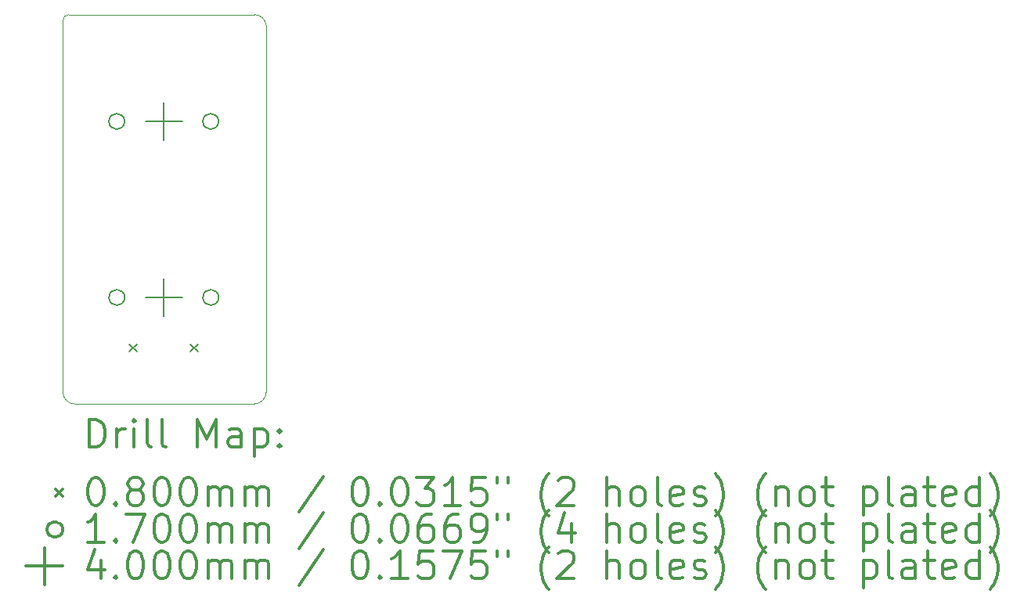
<source format=gbr>
%FSLAX45Y45*%
G04 Gerber Fmt 4.5, Leading zero omitted, Abs format (unit mm)*
G04 Created by KiCad (PCBNEW (5.1.10)-1) date 2021-10-19 16:21:40*
%MOMM*%
%LPD*%
G01*
G04 APERTURE LIST*
%TA.AperFunction,Profile*%
%ADD10C,0.050000*%
%TD*%
%ADD11C,0.200000*%
%ADD12C,0.300000*%
G04 APERTURE END LIST*
D10*
X19580860Y-5768340D02*
X19580860Y-9789160D01*
X21777960Y-9789160D02*
G75*
G02*
X21650960Y-9916160I-127000J0D01*
G01*
X21650960Y-5704840D02*
G75*
G02*
X21777960Y-5819773I0J-127633D01*
G01*
X19580860Y-5768340D02*
G75*
G02*
X19644360Y-5704840I63500J0D01*
G01*
X19707860Y-9916160D02*
G75*
G02*
X19580860Y-9789160I0J127000D01*
G01*
X21650960Y-5704840D02*
X19644360Y-5704840D01*
X21777960Y-9789160D02*
X21777960Y-5819773D01*
X19707860Y-9916160D02*
X21650960Y-9916160D01*
D11*
X20299504Y-9271408D02*
X20379504Y-9351408D01*
X20379504Y-9271408D02*
X20299504Y-9351408D01*
X20959504Y-9271408D02*
X21039504Y-9351408D01*
X21039504Y-9271408D02*
X20959504Y-9351408D01*
X20247266Y-6860032D02*
G75*
G03*
X20247266Y-6860032I-85000J0D01*
G01*
X20248282Y-8764778D02*
G75*
G03*
X20248282Y-8764778I-85000J0D01*
G01*
X21263266Y-6860032D02*
G75*
G03*
X21263266Y-6860032I-85000J0D01*
G01*
X21264282Y-8764778D02*
G75*
G03*
X21264282Y-8764778I-85000J0D01*
G01*
X20670266Y-6660032D02*
X20670266Y-7060032D01*
X20470266Y-6860032D02*
X20870266Y-6860032D01*
X20671282Y-8564778D02*
X20671282Y-8964778D01*
X20471282Y-8764778D02*
X20871282Y-8764778D01*
D12*
X19864788Y-10384374D02*
X19864788Y-10084374D01*
X19936217Y-10084374D01*
X19979074Y-10098660D01*
X20007646Y-10127232D01*
X20021931Y-10155803D01*
X20036217Y-10212946D01*
X20036217Y-10255803D01*
X20021931Y-10312946D01*
X20007646Y-10341517D01*
X19979074Y-10370089D01*
X19936217Y-10384374D01*
X19864788Y-10384374D01*
X20164788Y-10384374D02*
X20164788Y-10184374D01*
X20164788Y-10241517D02*
X20179074Y-10212946D01*
X20193360Y-10198660D01*
X20221931Y-10184374D01*
X20250503Y-10184374D01*
X20350503Y-10384374D02*
X20350503Y-10184374D01*
X20350503Y-10084374D02*
X20336217Y-10098660D01*
X20350503Y-10112946D01*
X20364788Y-10098660D01*
X20350503Y-10084374D01*
X20350503Y-10112946D01*
X20536217Y-10384374D02*
X20507646Y-10370089D01*
X20493360Y-10341517D01*
X20493360Y-10084374D01*
X20693360Y-10384374D02*
X20664788Y-10370089D01*
X20650503Y-10341517D01*
X20650503Y-10084374D01*
X21036217Y-10384374D02*
X21036217Y-10084374D01*
X21136217Y-10298660D01*
X21236217Y-10084374D01*
X21236217Y-10384374D01*
X21507646Y-10384374D02*
X21507646Y-10227232D01*
X21493360Y-10198660D01*
X21464788Y-10184374D01*
X21407646Y-10184374D01*
X21379074Y-10198660D01*
X21507646Y-10370089D02*
X21479074Y-10384374D01*
X21407646Y-10384374D01*
X21379074Y-10370089D01*
X21364788Y-10341517D01*
X21364788Y-10312946D01*
X21379074Y-10284374D01*
X21407646Y-10270089D01*
X21479074Y-10270089D01*
X21507646Y-10255803D01*
X21650503Y-10184374D02*
X21650503Y-10484374D01*
X21650503Y-10198660D02*
X21679074Y-10184374D01*
X21736217Y-10184374D01*
X21764788Y-10198660D01*
X21779074Y-10212946D01*
X21793360Y-10241517D01*
X21793360Y-10327232D01*
X21779074Y-10355803D01*
X21764788Y-10370089D01*
X21736217Y-10384374D01*
X21679074Y-10384374D01*
X21650503Y-10370089D01*
X21921931Y-10355803D02*
X21936217Y-10370089D01*
X21921931Y-10384374D01*
X21907646Y-10370089D01*
X21921931Y-10355803D01*
X21921931Y-10384374D01*
X21921931Y-10198660D02*
X21936217Y-10212946D01*
X21921931Y-10227232D01*
X21907646Y-10212946D01*
X21921931Y-10198660D01*
X21921931Y-10227232D01*
X19498360Y-10838660D02*
X19578360Y-10918660D01*
X19578360Y-10838660D02*
X19498360Y-10918660D01*
X19921931Y-10714374D02*
X19950503Y-10714374D01*
X19979074Y-10728660D01*
X19993360Y-10742946D01*
X20007646Y-10771517D01*
X20021931Y-10828660D01*
X20021931Y-10900089D01*
X20007646Y-10957232D01*
X19993360Y-10985803D01*
X19979074Y-11000089D01*
X19950503Y-11014374D01*
X19921931Y-11014374D01*
X19893360Y-11000089D01*
X19879074Y-10985803D01*
X19864788Y-10957232D01*
X19850503Y-10900089D01*
X19850503Y-10828660D01*
X19864788Y-10771517D01*
X19879074Y-10742946D01*
X19893360Y-10728660D01*
X19921931Y-10714374D01*
X20150503Y-10985803D02*
X20164788Y-11000089D01*
X20150503Y-11014374D01*
X20136217Y-11000089D01*
X20150503Y-10985803D01*
X20150503Y-11014374D01*
X20336217Y-10842946D02*
X20307646Y-10828660D01*
X20293360Y-10814374D01*
X20279074Y-10785803D01*
X20279074Y-10771517D01*
X20293360Y-10742946D01*
X20307646Y-10728660D01*
X20336217Y-10714374D01*
X20393360Y-10714374D01*
X20421931Y-10728660D01*
X20436217Y-10742946D01*
X20450503Y-10771517D01*
X20450503Y-10785803D01*
X20436217Y-10814374D01*
X20421931Y-10828660D01*
X20393360Y-10842946D01*
X20336217Y-10842946D01*
X20307646Y-10857232D01*
X20293360Y-10871517D01*
X20279074Y-10900089D01*
X20279074Y-10957232D01*
X20293360Y-10985803D01*
X20307646Y-11000089D01*
X20336217Y-11014374D01*
X20393360Y-11014374D01*
X20421931Y-11000089D01*
X20436217Y-10985803D01*
X20450503Y-10957232D01*
X20450503Y-10900089D01*
X20436217Y-10871517D01*
X20421931Y-10857232D01*
X20393360Y-10842946D01*
X20636217Y-10714374D02*
X20664788Y-10714374D01*
X20693360Y-10728660D01*
X20707646Y-10742946D01*
X20721931Y-10771517D01*
X20736217Y-10828660D01*
X20736217Y-10900089D01*
X20721931Y-10957232D01*
X20707646Y-10985803D01*
X20693360Y-11000089D01*
X20664788Y-11014374D01*
X20636217Y-11014374D01*
X20607646Y-11000089D01*
X20593360Y-10985803D01*
X20579074Y-10957232D01*
X20564788Y-10900089D01*
X20564788Y-10828660D01*
X20579074Y-10771517D01*
X20593360Y-10742946D01*
X20607646Y-10728660D01*
X20636217Y-10714374D01*
X20921931Y-10714374D02*
X20950503Y-10714374D01*
X20979074Y-10728660D01*
X20993360Y-10742946D01*
X21007646Y-10771517D01*
X21021931Y-10828660D01*
X21021931Y-10900089D01*
X21007646Y-10957232D01*
X20993360Y-10985803D01*
X20979074Y-11000089D01*
X20950503Y-11014374D01*
X20921931Y-11014374D01*
X20893360Y-11000089D01*
X20879074Y-10985803D01*
X20864788Y-10957232D01*
X20850503Y-10900089D01*
X20850503Y-10828660D01*
X20864788Y-10771517D01*
X20879074Y-10742946D01*
X20893360Y-10728660D01*
X20921931Y-10714374D01*
X21150503Y-11014374D02*
X21150503Y-10814374D01*
X21150503Y-10842946D02*
X21164788Y-10828660D01*
X21193360Y-10814374D01*
X21236217Y-10814374D01*
X21264788Y-10828660D01*
X21279074Y-10857232D01*
X21279074Y-11014374D01*
X21279074Y-10857232D02*
X21293360Y-10828660D01*
X21321931Y-10814374D01*
X21364788Y-10814374D01*
X21393360Y-10828660D01*
X21407646Y-10857232D01*
X21407646Y-11014374D01*
X21550503Y-11014374D02*
X21550503Y-10814374D01*
X21550503Y-10842946D02*
X21564788Y-10828660D01*
X21593360Y-10814374D01*
X21636217Y-10814374D01*
X21664788Y-10828660D01*
X21679074Y-10857232D01*
X21679074Y-11014374D01*
X21679074Y-10857232D02*
X21693360Y-10828660D01*
X21721931Y-10814374D01*
X21764788Y-10814374D01*
X21793360Y-10828660D01*
X21807646Y-10857232D01*
X21807646Y-11014374D01*
X22393360Y-10700089D02*
X22136217Y-11085803D01*
X22779074Y-10714374D02*
X22807646Y-10714374D01*
X22836217Y-10728660D01*
X22850503Y-10742946D01*
X22864788Y-10771517D01*
X22879074Y-10828660D01*
X22879074Y-10900089D01*
X22864788Y-10957232D01*
X22850503Y-10985803D01*
X22836217Y-11000089D01*
X22807646Y-11014374D01*
X22779074Y-11014374D01*
X22750503Y-11000089D01*
X22736217Y-10985803D01*
X22721931Y-10957232D01*
X22707646Y-10900089D01*
X22707646Y-10828660D01*
X22721931Y-10771517D01*
X22736217Y-10742946D01*
X22750503Y-10728660D01*
X22779074Y-10714374D01*
X23007646Y-10985803D02*
X23021931Y-11000089D01*
X23007646Y-11014374D01*
X22993360Y-11000089D01*
X23007646Y-10985803D01*
X23007646Y-11014374D01*
X23207646Y-10714374D02*
X23236217Y-10714374D01*
X23264788Y-10728660D01*
X23279074Y-10742946D01*
X23293360Y-10771517D01*
X23307646Y-10828660D01*
X23307646Y-10900089D01*
X23293360Y-10957232D01*
X23279074Y-10985803D01*
X23264788Y-11000089D01*
X23236217Y-11014374D01*
X23207646Y-11014374D01*
X23179074Y-11000089D01*
X23164788Y-10985803D01*
X23150503Y-10957232D01*
X23136217Y-10900089D01*
X23136217Y-10828660D01*
X23150503Y-10771517D01*
X23164788Y-10742946D01*
X23179074Y-10728660D01*
X23207646Y-10714374D01*
X23407646Y-10714374D02*
X23593360Y-10714374D01*
X23493360Y-10828660D01*
X23536217Y-10828660D01*
X23564788Y-10842946D01*
X23579074Y-10857232D01*
X23593360Y-10885803D01*
X23593360Y-10957232D01*
X23579074Y-10985803D01*
X23564788Y-11000089D01*
X23536217Y-11014374D01*
X23450503Y-11014374D01*
X23421931Y-11000089D01*
X23407646Y-10985803D01*
X23879074Y-11014374D02*
X23707646Y-11014374D01*
X23793360Y-11014374D02*
X23793360Y-10714374D01*
X23764788Y-10757232D01*
X23736217Y-10785803D01*
X23707646Y-10800089D01*
X24150503Y-10714374D02*
X24007646Y-10714374D01*
X23993360Y-10857232D01*
X24007646Y-10842946D01*
X24036217Y-10828660D01*
X24107646Y-10828660D01*
X24136217Y-10842946D01*
X24150503Y-10857232D01*
X24164788Y-10885803D01*
X24164788Y-10957232D01*
X24150503Y-10985803D01*
X24136217Y-11000089D01*
X24107646Y-11014374D01*
X24036217Y-11014374D01*
X24007646Y-11000089D01*
X23993360Y-10985803D01*
X24279074Y-10714374D02*
X24279074Y-10771517D01*
X24393360Y-10714374D02*
X24393360Y-10771517D01*
X24836217Y-11128660D02*
X24821931Y-11114374D01*
X24793360Y-11071517D01*
X24779074Y-11042946D01*
X24764788Y-11000089D01*
X24750503Y-10928660D01*
X24750503Y-10871517D01*
X24764788Y-10800089D01*
X24779074Y-10757232D01*
X24793360Y-10728660D01*
X24821931Y-10685803D01*
X24836217Y-10671517D01*
X24936217Y-10742946D02*
X24950503Y-10728660D01*
X24979074Y-10714374D01*
X25050503Y-10714374D01*
X25079074Y-10728660D01*
X25093360Y-10742946D01*
X25107646Y-10771517D01*
X25107646Y-10800089D01*
X25093360Y-10842946D01*
X24921931Y-11014374D01*
X25107646Y-11014374D01*
X25464788Y-11014374D02*
X25464788Y-10714374D01*
X25593360Y-11014374D02*
X25593360Y-10857232D01*
X25579074Y-10828660D01*
X25550503Y-10814374D01*
X25507646Y-10814374D01*
X25479074Y-10828660D01*
X25464788Y-10842946D01*
X25779074Y-11014374D02*
X25750503Y-11000089D01*
X25736217Y-10985803D01*
X25721931Y-10957232D01*
X25721931Y-10871517D01*
X25736217Y-10842946D01*
X25750503Y-10828660D01*
X25779074Y-10814374D01*
X25821931Y-10814374D01*
X25850503Y-10828660D01*
X25864788Y-10842946D01*
X25879074Y-10871517D01*
X25879074Y-10957232D01*
X25864788Y-10985803D01*
X25850503Y-11000089D01*
X25821931Y-11014374D01*
X25779074Y-11014374D01*
X26050503Y-11014374D02*
X26021931Y-11000089D01*
X26007646Y-10971517D01*
X26007646Y-10714374D01*
X26279074Y-11000089D02*
X26250503Y-11014374D01*
X26193360Y-11014374D01*
X26164788Y-11000089D01*
X26150503Y-10971517D01*
X26150503Y-10857232D01*
X26164788Y-10828660D01*
X26193360Y-10814374D01*
X26250503Y-10814374D01*
X26279074Y-10828660D01*
X26293360Y-10857232D01*
X26293360Y-10885803D01*
X26150503Y-10914374D01*
X26407646Y-11000089D02*
X26436217Y-11014374D01*
X26493360Y-11014374D01*
X26521931Y-11000089D01*
X26536217Y-10971517D01*
X26536217Y-10957232D01*
X26521931Y-10928660D01*
X26493360Y-10914374D01*
X26450503Y-10914374D01*
X26421931Y-10900089D01*
X26407646Y-10871517D01*
X26407646Y-10857232D01*
X26421931Y-10828660D01*
X26450503Y-10814374D01*
X26493360Y-10814374D01*
X26521931Y-10828660D01*
X26636217Y-11128660D02*
X26650503Y-11114374D01*
X26679074Y-11071517D01*
X26693360Y-11042946D01*
X26707646Y-11000089D01*
X26721931Y-10928660D01*
X26721931Y-10871517D01*
X26707646Y-10800089D01*
X26693360Y-10757232D01*
X26679074Y-10728660D01*
X26650503Y-10685803D01*
X26636217Y-10671517D01*
X27179074Y-11128660D02*
X27164788Y-11114374D01*
X27136217Y-11071517D01*
X27121931Y-11042946D01*
X27107646Y-11000089D01*
X27093360Y-10928660D01*
X27093360Y-10871517D01*
X27107646Y-10800089D01*
X27121931Y-10757232D01*
X27136217Y-10728660D01*
X27164788Y-10685803D01*
X27179074Y-10671517D01*
X27293360Y-10814374D02*
X27293360Y-11014374D01*
X27293360Y-10842946D02*
X27307646Y-10828660D01*
X27336217Y-10814374D01*
X27379074Y-10814374D01*
X27407646Y-10828660D01*
X27421931Y-10857232D01*
X27421931Y-11014374D01*
X27607646Y-11014374D02*
X27579074Y-11000089D01*
X27564788Y-10985803D01*
X27550503Y-10957232D01*
X27550503Y-10871517D01*
X27564788Y-10842946D01*
X27579074Y-10828660D01*
X27607646Y-10814374D01*
X27650503Y-10814374D01*
X27679074Y-10828660D01*
X27693360Y-10842946D01*
X27707646Y-10871517D01*
X27707646Y-10957232D01*
X27693360Y-10985803D01*
X27679074Y-11000089D01*
X27650503Y-11014374D01*
X27607646Y-11014374D01*
X27793360Y-10814374D02*
X27907646Y-10814374D01*
X27836217Y-10714374D02*
X27836217Y-10971517D01*
X27850503Y-11000089D01*
X27879074Y-11014374D01*
X27907646Y-11014374D01*
X28236217Y-10814374D02*
X28236217Y-11114374D01*
X28236217Y-10828660D02*
X28264788Y-10814374D01*
X28321931Y-10814374D01*
X28350503Y-10828660D01*
X28364788Y-10842946D01*
X28379074Y-10871517D01*
X28379074Y-10957232D01*
X28364788Y-10985803D01*
X28350503Y-11000089D01*
X28321931Y-11014374D01*
X28264788Y-11014374D01*
X28236217Y-11000089D01*
X28550503Y-11014374D02*
X28521931Y-11000089D01*
X28507646Y-10971517D01*
X28507646Y-10714374D01*
X28793360Y-11014374D02*
X28793360Y-10857232D01*
X28779074Y-10828660D01*
X28750503Y-10814374D01*
X28693360Y-10814374D01*
X28664788Y-10828660D01*
X28793360Y-11000089D02*
X28764788Y-11014374D01*
X28693360Y-11014374D01*
X28664788Y-11000089D01*
X28650503Y-10971517D01*
X28650503Y-10942946D01*
X28664788Y-10914374D01*
X28693360Y-10900089D01*
X28764788Y-10900089D01*
X28793360Y-10885803D01*
X28893360Y-10814374D02*
X29007646Y-10814374D01*
X28936217Y-10714374D02*
X28936217Y-10971517D01*
X28950503Y-11000089D01*
X28979074Y-11014374D01*
X29007646Y-11014374D01*
X29221931Y-11000089D02*
X29193360Y-11014374D01*
X29136217Y-11014374D01*
X29107646Y-11000089D01*
X29093360Y-10971517D01*
X29093360Y-10857232D01*
X29107646Y-10828660D01*
X29136217Y-10814374D01*
X29193360Y-10814374D01*
X29221931Y-10828660D01*
X29236217Y-10857232D01*
X29236217Y-10885803D01*
X29093360Y-10914374D01*
X29493360Y-11014374D02*
X29493360Y-10714374D01*
X29493360Y-11000089D02*
X29464788Y-11014374D01*
X29407646Y-11014374D01*
X29379074Y-11000089D01*
X29364788Y-10985803D01*
X29350503Y-10957232D01*
X29350503Y-10871517D01*
X29364788Y-10842946D01*
X29379074Y-10828660D01*
X29407646Y-10814374D01*
X29464788Y-10814374D01*
X29493360Y-10828660D01*
X29607646Y-11128660D02*
X29621931Y-11114374D01*
X29650503Y-11071517D01*
X29664788Y-11042946D01*
X29679074Y-11000089D01*
X29693360Y-10928660D01*
X29693360Y-10871517D01*
X29679074Y-10800089D01*
X29664788Y-10757232D01*
X29650503Y-10728660D01*
X29621931Y-10685803D01*
X29607646Y-10671517D01*
X19578360Y-11274660D02*
G75*
G03*
X19578360Y-11274660I-85000J0D01*
G01*
X20021931Y-11410374D02*
X19850503Y-11410374D01*
X19936217Y-11410374D02*
X19936217Y-11110374D01*
X19907646Y-11153232D01*
X19879074Y-11181803D01*
X19850503Y-11196089D01*
X20150503Y-11381803D02*
X20164788Y-11396089D01*
X20150503Y-11410374D01*
X20136217Y-11396089D01*
X20150503Y-11381803D01*
X20150503Y-11410374D01*
X20264788Y-11110374D02*
X20464788Y-11110374D01*
X20336217Y-11410374D01*
X20636217Y-11110374D02*
X20664788Y-11110374D01*
X20693360Y-11124660D01*
X20707646Y-11138946D01*
X20721931Y-11167517D01*
X20736217Y-11224660D01*
X20736217Y-11296089D01*
X20721931Y-11353231D01*
X20707646Y-11381803D01*
X20693360Y-11396089D01*
X20664788Y-11410374D01*
X20636217Y-11410374D01*
X20607646Y-11396089D01*
X20593360Y-11381803D01*
X20579074Y-11353231D01*
X20564788Y-11296089D01*
X20564788Y-11224660D01*
X20579074Y-11167517D01*
X20593360Y-11138946D01*
X20607646Y-11124660D01*
X20636217Y-11110374D01*
X20921931Y-11110374D02*
X20950503Y-11110374D01*
X20979074Y-11124660D01*
X20993360Y-11138946D01*
X21007646Y-11167517D01*
X21021931Y-11224660D01*
X21021931Y-11296089D01*
X21007646Y-11353231D01*
X20993360Y-11381803D01*
X20979074Y-11396089D01*
X20950503Y-11410374D01*
X20921931Y-11410374D01*
X20893360Y-11396089D01*
X20879074Y-11381803D01*
X20864788Y-11353231D01*
X20850503Y-11296089D01*
X20850503Y-11224660D01*
X20864788Y-11167517D01*
X20879074Y-11138946D01*
X20893360Y-11124660D01*
X20921931Y-11110374D01*
X21150503Y-11410374D02*
X21150503Y-11210374D01*
X21150503Y-11238946D02*
X21164788Y-11224660D01*
X21193360Y-11210374D01*
X21236217Y-11210374D01*
X21264788Y-11224660D01*
X21279074Y-11253231D01*
X21279074Y-11410374D01*
X21279074Y-11253231D02*
X21293360Y-11224660D01*
X21321931Y-11210374D01*
X21364788Y-11210374D01*
X21393360Y-11224660D01*
X21407646Y-11253231D01*
X21407646Y-11410374D01*
X21550503Y-11410374D02*
X21550503Y-11210374D01*
X21550503Y-11238946D02*
X21564788Y-11224660D01*
X21593360Y-11210374D01*
X21636217Y-11210374D01*
X21664788Y-11224660D01*
X21679074Y-11253231D01*
X21679074Y-11410374D01*
X21679074Y-11253231D02*
X21693360Y-11224660D01*
X21721931Y-11210374D01*
X21764788Y-11210374D01*
X21793360Y-11224660D01*
X21807646Y-11253231D01*
X21807646Y-11410374D01*
X22393360Y-11096089D02*
X22136217Y-11481803D01*
X22779074Y-11110374D02*
X22807646Y-11110374D01*
X22836217Y-11124660D01*
X22850503Y-11138946D01*
X22864788Y-11167517D01*
X22879074Y-11224660D01*
X22879074Y-11296089D01*
X22864788Y-11353231D01*
X22850503Y-11381803D01*
X22836217Y-11396089D01*
X22807646Y-11410374D01*
X22779074Y-11410374D01*
X22750503Y-11396089D01*
X22736217Y-11381803D01*
X22721931Y-11353231D01*
X22707646Y-11296089D01*
X22707646Y-11224660D01*
X22721931Y-11167517D01*
X22736217Y-11138946D01*
X22750503Y-11124660D01*
X22779074Y-11110374D01*
X23007646Y-11381803D02*
X23021931Y-11396089D01*
X23007646Y-11410374D01*
X22993360Y-11396089D01*
X23007646Y-11381803D01*
X23007646Y-11410374D01*
X23207646Y-11110374D02*
X23236217Y-11110374D01*
X23264788Y-11124660D01*
X23279074Y-11138946D01*
X23293360Y-11167517D01*
X23307646Y-11224660D01*
X23307646Y-11296089D01*
X23293360Y-11353231D01*
X23279074Y-11381803D01*
X23264788Y-11396089D01*
X23236217Y-11410374D01*
X23207646Y-11410374D01*
X23179074Y-11396089D01*
X23164788Y-11381803D01*
X23150503Y-11353231D01*
X23136217Y-11296089D01*
X23136217Y-11224660D01*
X23150503Y-11167517D01*
X23164788Y-11138946D01*
X23179074Y-11124660D01*
X23207646Y-11110374D01*
X23564788Y-11110374D02*
X23507646Y-11110374D01*
X23479074Y-11124660D01*
X23464788Y-11138946D01*
X23436217Y-11181803D01*
X23421931Y-11238946D01*
X23421931Y-11353231D01*
X23436217Y-11381803D01*
X23450503Y-11396089D01*
X23479074Y-11410374D01*
X23536217Y-11410374D01*
X23564788Y-11396089D01*
X23579074Y-11381803D01*
X23593360Y-11353231D01*
X23593360Y-11281803D01*
X23579074Y-11253231D01*
X23564788Y-11238946D01*
X23536217Y-11224660D01*
X23479074Y-11224660D01*
X23450503Y-11238946D01*
X23436217Y-11253231D01*
X23421931Y-11281803D01*
X23850503Y-11110374D02*
X23793360Y-11110374D01*
X23764788Y-11124660D01*
X23750503Y-11138946D01*
X23721931Y-11181803D01*
X23707646Y-11238946D01*
X23707646Y-11353231D01*
X23721931Y-11381803D01*
X23736217Y-11396089D01*
X23764788Y-11410374D01*
X23821931Y-11410374D01*
X23850503Y-11396089D01*
X23864788Y-11381803D01*
X23879074Y-11353231D01*
X23879074Y-11281803D01*
X23864788Y-11253231D01*
X23850503Y-11238946D01*
X23821931Y-11224660D01*
X23764788Y-11224660D01*
X23736217Y-11238946D01*
X23721931Y-11253231D01*
X23707646Y-11281803D01*
X24021931Y-11410374D02*
X24079074Y-11410374D01*
X24107646Y-11396089D01*
X24121931Y-11381803D01*
X24150503Y-11338946D01*
X24164788Y-11281803D01*
X24164788Y-11167517D01*
X24150503Y-11138946D01*
X24136217Y-11124660D01*
X24107646Y-11110374D01*
X24050503Y-11110374D01*
X24021931Y-11124660D01*
X24007646Y-11138946D01*
X23993360Y-11167517D01*
X23993360Y-11238946D01*
X24007646Y-11267517D01*
X24021931Y-11281803D01*
X24050503Y-11296089D01*
X24107646Y-11296089D01*
X24136217Y-11281803D01*
X24150503Y-11267517D01*
X24164788Y-11238946D01*
X24279074Y-11110374D02*
X24279074Y-11167517D01*
X24393360Y-11110374D02*
X24393360Y-11167517D01*
X24836217Y-11524660D02*
X24821931Y-11510374D01*
X24793360Y-11467517D01*
X24779074Y-11438946D01*
X24764788Y-11396089D01*
X24750503Y-11324660D01*
X24750503Y-11267517D01*
X24764788Y-11196089D01*
X24779074Y-11153232D01*
X24793360Y-11124660D01*
X24821931Y-11081803D01*
X24836217Y-11067517D01*
X25079074Y-11210374D02*
X25079074Y-11410374D01*
X25007646Y-11096089D02*
X24936217Y-11310374D01*
X25121931Y-11310374D01*
X25464788Y-11410374D02*
X25464788Y-11110374D01*
X25593360Y-11410374D02*
X25593360Y-11253231D01*
X25579074Y-11224660D01*
X25550503Y-11210374D01*
X25507646Y-11210374D01*
X25479074Y-11224660D01*
X25464788Y-11238946D01*
X25779074Y-11410374D02*
X25750503Y-11396089D01*
X25736217Y-11381803D01*
X25721931Y-11353231D01*
X25721931Y-11267517D01*
X25736217Y-11238946D01*
X25750503Y-11224660D01*
X25779074Y-11210374D01*
X25821931Y-11210374D01*
X25850503Y-11224660D01*
X25864788Y-11238946D01*
X25879074Y-11267517D01*
X25879074Y-11353231D01*
X25864788Y-11381803D01*
X25850503Y-11396089D01*
X25821931Y-11410374D01*
X25779074Y-11410374D01*
X26050503Y-11410374D02*
X26021931Y-11396089D01*
X26007646Y-11367517D01*
X26007646Y-11110374D01*
X26279074Y-11396089D02*
X26250503Y-11410374D01*
X26193360Y-11410374D01*
X26164788Y-11396089D01*
X26150503Y-11367517D01*
X26150503Y-11253231D01*
X26164788Y-11224660D01*
X26193360Y-11210374D01*
X26250503Y-11210374D01*
X26279074Y-11224660D01*
X26293360Y-11253231D01*
X26293360Y-11281803D01*
X26150503Y-11310374D01*
X26407646Y-11396089D02*
X26436217Y-11410374D01*
X26493360Y-11410374D01*
X26521931Y-11396089D01*
X26536217Y-11367517D01*
X26536217Y-11353231D01*
X26521931Y-11324660D01*
X26493360Y-11310374D01*
X26450503Y-11310374D01*
X26421931Y-11296089D01*
X26407646Y-11267517D01*
X26407646Y-11253231D01*
X26421931Y-11224660D01*
X26450503Y-11210374D01*
X26493360Y-11210374D01*
X26521931Y-11224660D01*
X26636217Y-11524660D02*
X26650503Y-11510374D01*
X26679074Y-11467517D01*
X26693360Y-11438946D01*
X26707646Y-11396089D01*
X26721931Y-11324660D01*
X26721931Y-11267517D01*
X26707646Y-11196089D01*
X26693360Y-11153232D01*
X26679074Y-11124660D01*
X26650503Y-11081803D01*
X26636217Y-11067517D01*
X27179074Y-11524660D02*
X27164788Y-11510374D01*
X27136217Y-11467517D01*
X27121931Y-11438946D01*
X27107646Y-11396089D01*
X27093360Y-11324660D01*
X27093360Y-11267517D01*
X27107646Y-11196089D01*
X27121931Y-11153232D01*
X27136217Y-11124660D01*
X27164788Y-11081803D01*
X27179074Y-11067517D01*
X27293360Y-11210374D02*
X27293360Y-11410374D01*
X27293360Y-11238946D02*
X27307646Y-11224660D01*
X27336217Y-11210374D01*
X27379074Y-11210374D01*
X27407646Y-11224660D01*
X27421931Y-11253231D01*
X27421931Y-11410374D01*
X27607646Y-11410374D02*
X27579074Y-11396089D01*
X27564788Y-11381803D01*
X27550503Y-11353231D01*
X27550503Y-11267517D01*
X27564788Y-11238946D01*
X27579074Y-11224660D01*
X27607646Y-11210374D01*
X27650503Y-11210374D01*
X27679074Y-11224660D01*
X27693360Y-11238946D01*
X27707646Y-11267517D01*
X27707646Y-11353231D01*
X27693360Y-11381803D01*
X27679074Y-11396089D01*
X27650503Y-11410374D01*
X27607646Y-11410374D01*
X27793360Y-11210374D02*
X27907646Y-11210374D01*
X27836217Y-11110374D02*
X27836217Y-11367517D01*
X27850503Y-11396089D01*
X27879074Y-11410374D01*
X27907646Y-11410374D01*
X28236217Y-11210374D02*
X28236217Y-11510374D01*
X28236217Y-11224660D02*
X28264788Y-11210374D01*
X28321931Y-11210374D01*
X28350503Y-11224660D01*
X28364788Y-11238946D01*
X28379074Y-11267517D01*
X28379074Y-11353231D01*
X28364788Y-11381803D01*
X28350503Y-11396089D01*
X28321931Y-11410374D01*
X28264788Y-11410374D01*
X28236217Y-11396089D01*
X28550503Y-11410374D02*
X28521931Y-11396089D01*
X28507646Y-11367517D01*
X28507646Y-11110374D01*
X28793360Y-11410374D02*
X28793360Y-11253231D01*
X28779074Y-11224660D01*
X28750503Y-11210374D01*
X28693360Y-11210374D01*
X28664788Y-11224660D01*
X28793360Y-11396089D02*
X28764788Y-11410374D01*
X28693360Y-11410374D01*
X28664788Y-11396089D01*
X28650503Y-11367517D01*
X28650503Y-11338946D01*
X28664788Y-11310374D01*
X28693360Y-11296089D01*
X28764788Y-11296089D01*
X28793360Y-11281803D01*
X28893360Y-11210374D02*
X29007646Y-11210374D01*
X28936217Y-11110374D02*
X28936217Y-11367517D01*
X28950503Y-11396089D01*
X28979074Y-11410374D01*
X29007646Y-11410374D01*
X29221931Y-11396089D02*
X29193360Y-11410374D01*
X29136217Y-11410374D01*
X29107646Y-11396089D01*
X29093360Y-11367517D01*
X29093360Y-11253231D01*
X29107646Y-11224660D01*
X29136217Y-11210374D01*
X29193360Y-11210374D01*
X29221931Y-11224660D01*
X29236217Y-11253231D01*
X29236217Y-11281803D01*
X29093360Y-11310374D01*
X29493360Y-11410374D02*
X29493360Y-11110374D01*
X29493360Y-11396089D02*
X29464788Y-11410374D01*
X29407646Y-11410374D01*
X29379074Y-11396089D01*
X29364788Y-11381803D01*
X29350503Y-11353231D01*
X29350503Y-11267517D01*
X29364788Y-11238946D01*
X29379074Y-11224660D01*
X29407646Y-11210374D01*
X29464788Y-11210374D01*
X29493360Y-11224660D01*
X29607646Y-11524660D02*
X29621931Y-11510374D01*
X29650503Y-11467517D01*
X29664788Y-11438946D01*
X29679074Y-11396089D01*
X29693360Y-11324660D01*
X29693360Y-11267517D01*
X29679074Y-11196089D01*
X29664788Y-11153232D01*
X29650503Y-11124660D01*
X29621931Y-11081803D01*
X29607646Y-11067517D01*
X19378360Y-11470660D02*
X19378360Y-11870660D01*
X19178360Y-11670660D02*
X19578360Y-11670660D01*
X19993360Y-11606374D02*
X19993360Y-11806374D01*
X19921931Y-11492089D02*
X19850503Y-11706374D01*
X20036217Y-11706374D01*
X20150503Y-11777803D02*
X20164788Y-11792089D01*
X20150503Y-11806374D01*
X20136217Y-11792089D01*
X20150503Y-11777803D01*
X20150503Y-11806374D01*
X20350503Y-11506374D02*
X20379074Y-11506374D01*
X20407646Y-11520660D01*
X20421931Y-11534946D01*
X20436217Y-11563517D01*
X20450503Y-11620660D01*
X20450503Y-11692089D01*
X20436217Y-11749231D01*
X20421931Y-11777803D01*
X20407646Y-11792089D01*
X20379074Y-11806374D01*
X20350503Y-11806374D01*
X20321931Y-11792089D01*
X20307646Y-11777803D01*
X20293360Y-11749231D01*
X20279074Y-11692089D01*
X20279074Y-11620660D01*
X20293360Y-11563517D01*
X20307646Y-11534946D01*
X20321931Y-11520660D01*
X20350503Y-11506374D01*
X20636217Y-11506374D02*
X20664788Y-11506374D01*
X20693360Y-11520660D01*
X20707646Y-11534946D01*
X20721931Y-11563517D01*
X20736217Y-11620660D01*
X20736217Y-11692089D01*
X20721931Y-11749231D01*
X20707646Y-11777803D01*
X20693360Y-11792089D01*
X20664788Y-11806374D01*
X20636217Y-11806374D01*
X20607646Y-11792089D01*
X20593360Y-11777803D01*
X20579074Y-11749231D01*
X20564788Y-11692089D01*
X20564788Y-11620660D01*
X20579074Y-11563517D01*
X20593360Y-11534946D01*
X20607646Y-11520660D01*
X20636217Y-11506374D01*
X20921931Y-11506374D02*
X20950503Y-11506374D01*
X20979074Y-11520660D01*
X20993360Y-11534946D01*
X21007646Y-11563517D01*
X21021931Y-11620660D01*
X21021931Y-11692089D01*
X21007646Y-11749231D01*
X20993360Y-11777803D01*
X20979074Y-11792089D01*
X20950503Y-11806374D01*
X20921931Y-11806374D01*
X20893360Y-11792089D01*
X20879074Y-11777803D01*
X20864788Y-11749231D01*
X20850503Y-11692089D01*
X20850503Y-11620660D01*
X20864788Y-11563517D01*
X20879074Y-11534946D01*
X20893360Y-11520660D01*
X20921931Y-11506374D01*
X21150503Y-11806374D02*
X21150503Y-11606374D01*
X21150503Y-11634946D02*
X21164788Y-11620660D01*
X21193360Y-11606374D01*
X21236217Y-11606374D01*
X21264788Y-11620660D01*
X21279074Y-11649231D01*
X21279074Y-11806374D01*
X21279074Y-11649231D02*
X21293360Y-11620660D01*
X21321931Y-11606374D01*
X21364788Y-11606374D01*
X21393360Y-11620660D01*
X21407646Y-11649231D01*
X21407646Y-11806374D01*
X21550503Y-11806374D02*
X21550503Y-11606374D01*
X21550503Y-11634946D02*
X21564788Y-11620660D01*
X21593360Y-11606374D01*
X21636217Y-11606374D01*
X21664788Y-11620660D01*
X21679074Y-11649231D01*
X21679074Y-11806374D01*
X21679074Y-11649231D02*
X21693360Y-11620660D01*
X21721931Y-11606374D01*
X21764788Y-11606374D01*
X21793360Y-11620660D01*
X21807646Y-11649231D01*
X21807646Y-11806374D01*
X22393360Y-11492089D02*
X22136217Y-11877803D01*
X22779074Y-11506374D02*
X22807646Y-11506374D01*
X22836217Y-11520660D01*
X22850503Y-11534946D01*
X22864788Y-11563517D01*
X22879074Y-11620660D01*
X22879074Y-11692089D01*
X22864788Y-11749231D01*
X22850503Y-11777803D01*
X22836217Y-11792089D01*
X22807646Y-11806374D01*
X22779074Y-11806374D01*
X22750503Y-11792089D01*
X22736217Y-11777803D01*
X22721931Y-11749231D01*
X22707646Y-11692089D01*
X22707646Y-11620660D01*
X22721931Y-11563517D01*
X22736217Y-11534946D01*
X22750503Y-11520660D01*
X22779074Y-11506374D01*
X23007646Y-11777803D02*
X23021931Y-11792089D01*
X23007646Y-11806374D01*
X22993360Y-11792089D01*
X23007646Y-11777803D01*
X23007646Y-11806374D01*
X23307646Y-11806374D02*
X23136217Y-11806374D01*
X23221931Y-11806374D02*
X23221931Y-11506374D01*
X23193360Y-11549231D01*
X23164788Y-11577803D01*
X23136217Y-11592089D01*
X23579074Y-11506374D02*
X23436217Y-11506374D01*
X23421931Y-11649231D01*
X23436217Y-11634946D01*
X23464788Y-11620660D01*
X23536217Y-11620660D01*
X23564788Y-11634946D01*
X23579074Y-11649231D01*
X23593360Y-11677803D01*
X23593360Y-11749231D01*
X23579074Y-11777803D01*
X23564788Y-11792089D01*
X23536217Y-11806374D01*
X23464788Y-11806374D01*
X23436217Y-11792089D01*
X23421931Y-11777803D01*
X23693360Y-11506374D02*
X23893360Y-11506374D01*
X23764788Y-11806374D01*
X24150503Y-11506374D02*
X24007646Y-11506374D01*
X23993360Y-11649231D01*
X24007646Y-11634946D01*
X24036217Y-11620660D01*
X24107646Y-11620660D01*
X24136217Y-11634946D01*
X24150503Y-11649231D01*
X24164788Y-11677803D01*
X24164788Y-11749231D01*
X24150503Y-11777803D01*
X24136217Y-11792089D01*
X24107646Y-11806374D01*
X24036217Y-11806374D01*
X24007646Y-11792089D01*
X23993360Y-11777803D01*
X24279074Y-11506374D02*
X24279074Y-11563517D01*
X24393360Y-11506374D02*
X24393360Y-11563517D01*
X24836217Y-11920660D02*
X24821931Y-11906374D01*
X24793360Y-11863517D01*
X24779074Y-11834946D01*
X24764788Y-11792089D01*
X24750503Y-11720660D01*
X24750503Y-11663517D01*
X24764788Y-11592089D01*
X24779074Y-11549231D01*
X24793360Y-11520660D01*
X24821931Y-11477803D01*
X24836217Y-11463517D01*
X24936217Y-11534946D02*
X24950503Y-11520660D01*
X24979074Y-11506374D01*
X25050503Y-11506374D01*
X25079074Y-11520660D01*
X25093360Y-11534946D01*
X25107646Y-11563517D01*
X25107646Y-11592089D01*
X25093360Y-11634946D01*
X24921931Y-11806374D01*
X25107646Y-11806374D01*
X25464788Y-11806374D02*
X25464788Y-11506374D01*
X25593360Y-11806374D02*
X25593360Y-11649231D01*
X25579074Y-11620660D01*
X25550503Y-11606374D01*
X25507646Y-11606374D01*
X25479074Y-11620660D01*
X25464788Y-11634946D01*
X25779074Y-11806374D02*
X25750503Y-11792089D01*
X25736217Y-11777803D01*
X25721931Y-11749231D01*
X25721931Y-11663517D01*
X25736217Y-11634946D01*
X25750503Y-11620660D01*
X25779074Y-11606374D01*
X25821931Y-11606374D01*
X25850503Y-11620660D01*
X25864788Y-11634946D01*
X25879074Y-11663517D01*
X25879074Y-11749231D01*
X25864788Y-11777803D01*
X25850503Y-11792089D01*
X25821931Y-11806374D01*
X25779074Y-11806374D01*
X26050503Y-11806374D02*
X26021931Y-11792089D01*
X26007646Y-11763517D01*
X26007646Y-11506374D01*
X26279074Y-11792089D02*
X26250503Y-11806374D01*
X26193360Y-11806374D01*
X26164788Y-11792089D01*
X26150503Y-11763517D01*
X26150503Y-11649231D01*
X26164788Y-11620660D01*
X26193360Y-11606374D01*
X26250503Y-11606374D01*
X26279074Y-11620660D01*
X26293360Y-11649231D01*
X26293360Y-11677803D01*
X26150503Y-11706374D01*
X26407646Y-11792089D02*
X26436217Y-11806374D01*
X26493360Y-11806374D01*
X26521931Y-11792089D01*
X26536217Y-11763517D01*
X26536217Y-11749231D01*
X26521931Y-11720660D01*
X26493360Y-11706374D01*
X26450503Y-11706374D01*
X26421931Y-11692089D01*
X26407646Y-11663517D01*
X26407646Y-11649231D01*
X26421931Y-11620660D01*
X26450503Y-11606374D01*
X26493360Y-11606374D01*
X26521931Y-11620660D01*
X26636217Y-11920660D02*
X26650503Y-11906374D01*
X26679074Y-11863517D01*
X26693360Y-11834946D01*
X26707646Y-11792089D01*
X26721931Y-11720660D01*
X26721931Y-11663517D01*
X26707646Y-11592089D01*
X26693360Y-11549231D01*
X26679074Y-11520660D01*
X26650503Y-11477803D01*
X26636217Y-11463517D01*
X27179074Y-11920660D02*
X27164788Y-11906374D01*
X27136217Y-11863517D01*
X27121931Y-11834946D01*
X27107646Y-11792089D01*
X27093360Y-11720660D01*
X27093360Y-11663517D01*
X27107646Y-11592089D01*
X27121931Y-11549231D01*
X27136217Y-11520660D01*
X27164788Y-11477803D01*
X27179074Y-11463517D01*
X27293360Y-11606374D02*
X27293360Y-11806374D01*
X27293360Y-11634946D02*
X27307646Y-11620660D01*
X27336217Y-11606374D01*
X27379074Y-11606374D01*
X27407646Y-11620660D01*
X27421931Y-11649231D01*
X27421931Y-11806374D01*
X27607646Y-11806374D02*
X27579074Y-11792089D01*
X27564788Y-11777803D01*
X27550503Y-11749231D01*
X27550503Y-11663517D01*
X27564788Y-11634946D01*
X27579074Y-11620660D01*
X27607646Y-11606374D01*
X27650503Y-11606374D01*
X27679074Y-11620660D01*
X27693360Y-11634946D01*
X27707646Y-11663517D01*
X27707646Y-11749231D01*
X27693360Y-11777803D01*
X27679074Y-11792089D01*
X27650503Y-11806374D01*
X27607646Y-11806374D01*
X27793360Y-11606374D02*
X27907646Y-11606374D01*
X27836217Y-11506374D02*
X27836217Y-11763517D01*
X27850503Y-11792089D01*
X27879074Y-11806374D01*
X27907646Y-11806374D01*
X28236217Y-11606374D02*
X28236217Y-11906374D01*
X28236217Y-11620660D02*
X28264788Y-11606374D01*
X28321931Y-11606374D01*
X28350503Y-11620660D01*
X28364788Y-11634946D01*
X28379074Y-11663517D01*
X28379074Y-11749231D01*
X28364788Y-11777803D01*
X28350503Y-11792089D01*
X28321931Y-11806374D01*
X28264788Y-11806374D01*
X28236217Y-11792089D01*
X28550503Y-11806374D02*
X28521931Y-11792089D01*
X28507646Y-11763517D01*
X28507646Y-11506374D01*
X28793360Y-11806374D02*
X28793360Y-11649231D01*
X28779074Y-11620660D01*
X28750503Y-11606374D01*
X28693360Y-11606374D01*
X28664788Y-11620660D01*
X28793360Y-11792089D02*
X28764788Y-11806374D01*
X28693360Y-11806374D01*
X28664788Y-11792089D01*
X28650503Y-11763517D01*
X28650503Y-11734946D01*
X28664788Y-11706374D01*
X28693360Y-11692089D01*
X28764788Y-11692089D01*
X28793360Y-11677803D01*
X28893360Y-11606374D02*
X29007646Y-11606374D01*
X28936217Y-11506374D02*
X28936217Y-11763517D01*
X28950503Y-11792089D01*
X28979074Y-11806374D01*
X29007646Y-11806374D01*
X29221931Y-11792089D02*
X29193360Y-11806374D01*
X29136217Y-11806374D01*
X29107646Y-11792089D01*
X29093360Y-11763517D01*
X29093360Y-11649231D01*
X29107646Y-11620660D01*
X29136217Y-11606374D01*
X29193360Y-11606374D01*
X29221931Y-11620660D01*
X29236217Y-11649231D01*
X29236217Y-11677803D01*
X29093360Y-11706374D01*
X29493360Y-11806374D02*
X29493360Y-11506374D01*
X29493360Y-11792089D02*
X29464788Y-11806374D01*
X29407646Y-11806374D01*
X29379074Y-11792089D01*
X29364788Y-11777803D01*
X29350503Y-11749231D01*
X29350503Y-11663517D01*
X29364788Y-11634946D01*
X29379074Y-11620660D01*
X29407646Y-11606374D01*
X29464788Y-11606374D01*
X29493360Y-11620660D01*
X29607646Y-11920660D02*
X29621931Y-11906374D01*
X29650503Y-11863517D01*
X29664788Y-11834946D01*
X29679074Y-11792089D01*
X29693360Y-11720660D01*
X29693360Y-11663517D01*
X29679074Y-11592089D01*
X29664788Y-11549231D01*
X29650503Y-11520660D01*
X29621931Y-11477803D01*
X29607646Y-11463517D01*
M02*

</source>
